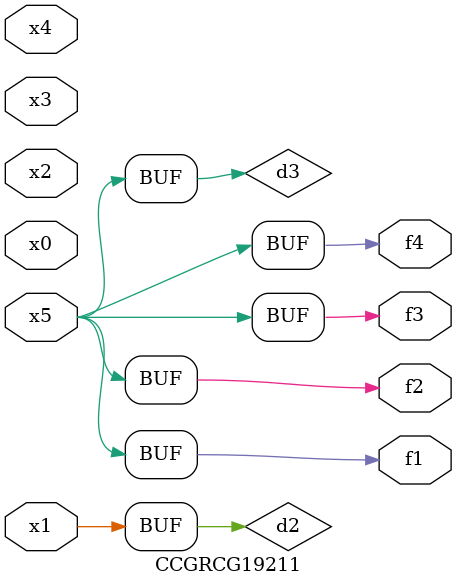
<source format=v>
module CCGRCG19211(
	input x0, x1, x2, x3, x4, x5,
	output f1, f2, f3, f4
);

	wire d1, d2, d3;

	not (d1, x5);
	or (d2, x1);
	xnor (d3, d1);
	assign f1 = d3;
	assign f2 = d3;
	assign f3 = d3;
	assign f4 = d3;
endmodule

</source>
